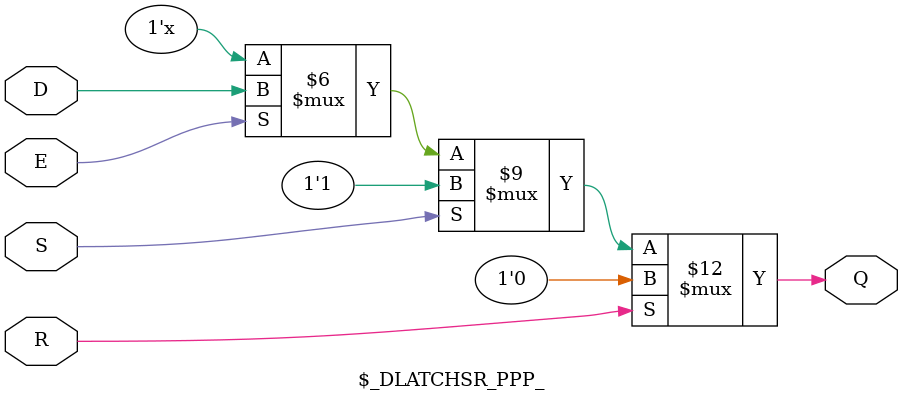
<source format=v>
/*
 *  yosys -- Yosys Open SYnthesis Suite
 *
 *  Copyright (C) 2012  Clifford Wolf <clifford@clifford.at>
 *
 *  Permission to use, copy, modify, and/or distribute this software for any
 *  purpose with or without fee is hereby granted, provided that the above
 *  copyright notice and this permission notice appear in all copies.
 *
 *  THE SOFTWARE IS PROVIDED "AS IS" AND THE AUTHOR DISCLAIMS ALL WARRANTIES
 *  WITH REGARD TO THIS SOFTWARE INCLUDING ALL IMPLIED WARRANTIES OF
 *  MERCHANTABILITY AND FITNESS. IN NO EVENT SHALL THE AUTHOR BE LIABLE FOR
 *  ANY SPECIAL, DIRECT, INDIRECT, OR CONSEQUENTIAL DAMAGES OR ANY DAMAGES
 *  WHATSOEVER RESULTING FROM LOSS OF USE, DATA OR PROFITS, WHETHER IN AN
 *  ACTION OF CONTRACT, NEGLIGENCE OR OTHER TORTIOUS ACTION, ARISING OUT OF
 *  OR IN CONNECTION WITH THE USE OR PERFORMANCE OF THIS SOFTWARE.
 *
 *  ---
 *
 *  The internal logic cell simulation library.
 *
 *  This Verilog library contains simple simulation models for the internal
 *  logic cells ($_NOT_ , $_AND_ , ...) that are generated by the default technology
 *  mapper (see "techmap.v" in this directory) and expected by the "abc" pass.
 *
 */

//  |---v---|---v---|---v---|---v---|---v---|---v---|---v---|---v---|---v---|---v---|
//-
//-     $_BUF_ (A, Y)
//-
//- A buffer. This cell type is always optimized away by the opt_clean pass.
//-
//- Truth table:    A | Y
//-                ---+---
//-                 0 | 0
//-                 1 | 1
//-
module \$_BUF_ (A, Y);
input A;
output Y;
assign Y = A;
endmodule

//  |---v---|---v---|---v---|---v---|---v---|---v---|---v---|---v---|---v---|---v---|
//-
//-     $_NOT_ (A, Y)
//-
//- An inverter gate.
//-
//- Truth table:    A | Y
//-                ---+---
//-                 0 | 1
//-                 1 | 0
//-
module \$_NOT_ (A, Y);
input A;
output Y;
assign Y = ~A;
endmodule

//  |---v---|---v---|---v---|---v---|---v---|---v---|---v---|---v---|---v---|---v---|
//-
//-     $_AND_ (A, B, Y)
//-
//- A 2-input AND gate.
//-
//- Truth table:    A B | Y
//-                -----+---
//-                 0 0 | 0
//-                 0 1 | 0
//-                 1 0 | 0
//-                 1 1 | 1
//-
module \$_AND_ (A, B, Y);
input A, B;
output Y;
assign Y = A & B;
endmodule

//  |---v---|---v---|---v---|---v---|---v---|---v---|---v---|---v---|---v---|---v---|
//-
//-     $_NAND_ (A, B, Y)
//-
//- A 2-input NAND gate.
//-
//- Truth table:    A B | Y
//-                -----+---
//-                 0 0 | 1
//-                 0 1 | 1
//-                 1 0 | 1
//-                 1 1 | 0
//-
module \$_NAND_ (A, B, Y);
input A, B;
output Y;
assign Y = ~(A & B);
endmodule

//  |---v---|---v---|---v---|---v---|---v---|---v---|---v---|---v---|---v---|---v---|
//-
//-     $_OR_ (A, B, Y)
//-
//- A 2-input OR gate.
//-
//- Truth table:    A B | Y
//-                -----+---
//-                 0 0 | 0
//-                 0 1 | 1
//-                 1 0 | 1
//-                 1 1 | 1
//-
module \$_OR_ (A, B, Y);
input A, B;
output Y;
assign Y = A | B;
endmodule

//  |---v---|---v---|---v---|---v---|---v---|---v---|---v---|---v---|---v---|---v---|
//-
//-     $_NOR_ (A, B, Y)
//-
//- A 2-input NOR gate.
//-
//- Truth table:    A B | Y
//-                -----+---
//-                 0 0 | 1
//-                 0 1 | 0
//-                 1 0 | 0
//-                 1 1 | 0
//-
module \$_NOR_ (A, B, Y);
input A, B;
output Y;
assign Y = ~(A | B);
endmodule

//  |---v---|---v---|---v---|---v---|---v---|---v---|---v---|---v---|---v---|---v---|
//-
//-     $_XOR_ (A, B, Y)
//-
//- A 2-input XOR gate.
//-
//- Truth table:    A B | Y
//-                -----+---
//-                 0 0 | 0
//-                 0 1 | 1
//-                 1 0 | 1
//-                 1 1 | 0
//-
module \$_XOR_ (A, B, Y);
input A, B;
output Y;
assign Y = A ^ B;
endmodule

//  |---v---|---v---|---v---|---v---|---v---|---v---|---v---|---v---|---v---|---v---|
//-
//-     $_XNOR_ (A, B, Y)
//-
//- A 2-input XNOR gate.
//-
//- Truth table:    A B | Y
//-                -----+---
//-                 0 0 | 1
//-                 0 1 | 0
//-                 1 0 | 0
//-                 1 1 | 1
//-
module \$_XNOR_ (A, B, Y);
input A, B;
output Y;
assign Y = ~(A ^ B);
endmodule

//  |---v---|---v---|---v---|---v---|---v---|---v---|---v---|---v---|---v---|---v---|
//-
//-     $_ANDNOT_ (A, B, Y)
//-
//- A 2-input AND-NOT gate.
//-
//- Truth table:    A B | Y
//-                -----+---
//-                 0 0 | 0
//-                 0 1 | 0
//-                 1 0 | 1
//-                 1 1 | 0
//-
module \$_ANDNOT_ (A, B, Y);
input A, B;
output Y;
assign Y = A & (~B);
endmodule

//  |---v---|---v---|---v---|---v---|---v---|---v---|---v---|---v---|---v---|---v---|
//-
//-     $_ORNOT_ (A, B, Y)
//-
//- A 2-input OR-NOT gate.
//-
//- Truth table:    A B | Y
//-                -----+---
//-                 0 0 | 1
//-                 0 1 | 0
//-                 1 0 | 1
//-                 1 1 | 1
//-
module \$_ORNOT_ (A, B, Y);
input A, B;
output Y;
assign Y = A | (~B);
endmodule

//  |---v---|---v---|---v---|---v---|---v---|---v---|---v---|---v---|---v---|---v---|
//-
//-     $_MUX_ (A, B, S, Y)
//-
//- A 2-input MUX gate.
//-
//- Truth table:    A B S | Y
//-                -------+---
//-                 a - 0 | a
//-                 - b 1 | b
//-
module \$_MUX_ (A, B, S, Y);
input A, B, S;
output Y;
assign Y = S ? B : A;
endmodule

//  |---v---|---v---|---v---|---v---|---v---|---v---|---v---|---v---|---v---|---v---|
//-
//-     $_MUX4_ (A, B, C, D, S, T, Y)
//-
//- A 4-input MUX gate.
//-
//- Truth table:    A B C D S T | Y
//-                -------------+---
//-                 a - - - 0 0 | a
//-                 - b - - 1 0 | b
//-                 - - c - 0 1 | c
//-                 - - - d 1 1 | d
//-
module \$_MUX4_ (A, B, C, D, S, T, Y);
input A, B, C, D, S, T;
output Y;
assign Y = T ? (S ? D : C) :
               (S ? B : A);
endmodule

//  |---v---|---v---|---v---|---v---|---v---|---v---|---v---|---v---|---v---|---v---|
//-
//-     $_MUX8_ (A, B, C, D, E, F, G, H, S, T, U, Y)
//-
//- An 8-input MUX gate.
//-
//- Truth table:    A B C D E F G H S T U | Y
//-                -----------------------+---
//-                 a - - - - - - - 0 0 0 | a
//-                 - b - - - - - - 1 0 0 | b
//-                 - - c - - - - - 0 1 0 | c
//-                 - - - d - - - - 1 1 0 | d
//-                 - - - - e - - - 0 0 1 | e
//-                 - - - - - f - - 1 0 1 | f
//-                 - - - - - - g - 0 1 1 | g
//-                 - - - - - - - h 1 1 1 | h
//-
module \$_MUX8_ (A, B, C, D, E, F, G, H, S, T, U, Y);
input A, B, C, D, E, F, G, H, S, T, U;
output Y;
assign Y = U ? T ? (S ? H : G) :
                   (S ? F : E) :
               T ? (S ? D : C) :
                   (S ? B : A);
endmodule

//  |---v---|---v---|---v---|---v---|---v---|---v---|---v---|---v---|---v---|---v---|
//-
//-     $_MUX16_ (A, B, C, D, E, F, G, H, I, J, K, L, M, N, O, P, S, T, U, V, Y)
//-
//- A 16-input MUX gate.
//-
//- Truth table:    A B C D E F G H I J K L M N O P S T U V | Y
//-                -----------------------------------------+---
//-                 a - - - - - - - - - - - - - - - 0 0 0 0 | a
//-                 - b - - - - - - - - - - - - - - 1 0 0 0 | b
//-                 - - c - - - - - - - - - - - - - 0 1 0 0 | c
//-                 - - - d - - - - - - - - - - - - 1 1 0 0 | d
//-                 - - - - e - - - - - - - - - - - 0 0 1 0 | e
//-                 - - - - - f - - - - - - - - - - 1 0 1 0 | f
//-                 - - - - - - g - - - - - - - - - 0 1 1 0 | g
//-                 - - - - - - - h - - - - - - - - 1 1 1 0 | h
//-                 - - - - - - - - i - - - - - - - 0 0 0 1 | i
//-                 - - - - - - - - - j - - - - - - 1 0 0 1 | j
//-                 - - - - - - - - - - k - - - - - 0 1 0 1 | k
//-                 - - - - - - - - - - - l - - - - 1 1 0 1 | l
//-                 - - - - - - - - - - - - m - - - 0 0 1 1 | m
//-                 - - - - - - - - - - - - - n - - 1 0 1 1 | n
//-                 - - - - - - - - - - - - - - o - 0 1 1 1 | o
//-                 - - - - - - - - - - - - - - - p 1 1 1 1 | p
//-
module \$_MUX16_ (A, B, C, D, E, F, G, H, I, J, K, L, M, N, O, P, S, T, U, V, Y);
input A, B, C, D, E, F, G, H, I, J, K, L, M, N, O, P, S, T, U, V;
output Y;
assign Y = V ? U ? T ? (S ? P : O) :
                       (S ? N : M) :
                   T ? (S ? L : K) :
                       (S ? J : I) :
               U ? T ? (S ? H : G) :
                       (S ? F : E) :
                   T ? (S ? D : C) :
                       (S ? B : A);
endmodule

//  |---v---|---v---|---v---|---v---|---v---|---v---|---v---|---v---|---v---|---v---|
//-
//-     $_AOI3_ (A, B, C, Y)
//-
//- A 3-input And-Or-Invert gate.
//-
//- Truth table:    A B C | Y
//-                -------+---
//-                 0 0 0 | 1
//-                 0 0 1 | 0
//-                 0 1 0 | 1
//-                 0 1 1 | 0
//-                 1 0 0 | 1
//-                 1 0 1 | 0
//-                 1 1 0 | 0
//-                 1 1 1 | 0
//-
module \$_AOI3_ (A, B, C, Y);
input A, B, C;
output Y;
assign Y = ~((A & B) | C);
endmodule

//  |---v---|---v---|---v---|---v---|---v---|---v---|---v---|---v---|---v---|---v---|
//-
//-     $_OAI3_ (A, B, C, Y)
//-
//- A 3-input Or-And-Invert gate.
//-
//- Truth table:    A B C | Y
//-                -------+---
//-                 0 0 0 | 1
//-                 0 0 1 | 1
//-                 0 1 0 | 1
//-                 0 1 1 | 0
//-                 1 0 0 | 1
//-                 1 0 1 | 0
//-                 1 1 0 | 1
//-                 1 1 1 | 0
//-
module \$_OAI3_ (A, B, C, Y);
input A, B, C;
output Y;
assign Y = ~((A | B) & C);
endmodule

//  |---v---|---v---|---v---|---v---|---v---|---v---|---v---|---v---|---v---|---v---|
//-
//-     $_AOI4_ (A, B, C, Y)
//-
//- A 4-input And-Or-Invert gate.
//-
//- Truth table:    A B C D | Y
//-                ---------+---
//-                 0 0 0 0 | 1
//-                 0 0 0 1 | 1
//-                 0 0 1 0 | 1
//-                 0 0 1 1 | 0
//-                 0 1 0 0 | 1
//-                 0 1 0 1 | 1
//-                 0 1 1 0 | 1
//-                 0 1 1 1 | 0
//-                 1 0 0 0 | 1
//-                 1 0 0 1 | 1
//-                 1 0 1 0 | 1
//-                 1 0 1 1 | 0
//-                 1 1 0 0 | 0
//-                 1 1 0 1 | 0
//-                 1 1 1 0 | 0
//-                 1 1 1 1 | 0
//-
module \$_AOI4_ (A, B, C, D, Y);
input A, B, C, D;
output Y;
assign Y = ~((A & B) | (C & D));
endmodule

//  |---v---|---v---|---v---|---v---|---v---|---v---|---v---|---v---|---v---|---v---|
//-
//-     $_OAI4_ (A, B, C, Y)
//-
//- A 4-input Or-And-Invert gate.
//-
//- Truth table:    A B C D | Y
//-                ---------+---
//-                 0 0 0 0 | 1
//-                 0 0 0 1 | 1
//-                 0 0 1 0 | 1
//-                 0 0 1 1 | 1
//-                 0 1 0 0 | 1
//-                 0 1 0 1 | 0
//-                 0 1 1 0 | 0
//-                 0 1 1 1 | 0
//-                 1 0 0 0 | 1
//-                 1 0 0 1 | 0
//-                 1 0 1 0 | 0
//-                 1 0 1 1 | 0
//-                 1 1 0 0 | 1
//-                 1 1 0 1 | 0
//-                 1 1 1 0 | 0
//-                 1 1 1 1 | 0
//-
module \$_OAI4_ (A, B, C, D, Y);
input A, B, C, D;
output Y;
assign Y = ~((A | B) & (C | D));
endmodule

//  |---v---|---v---|---v---|---v---|---v---|---v---|---v---|---v---|---v---|---v---|
//-
//-     $_TBUF_ (A, E, Y)
//-
//- A tri-state buffer.
//-
//- Truth table:    A E | Y
//-                -----+---
//-                 a 1 | a
//-                 - 0 | z
//-
module \$_TBUF_ (A, E, Y);
input A, E;
output Y;
assign Y = E ? A : 1'bz;
endmodule

//  |---v---|---v---|---v---|---v---|---v---|---v---|---v---|---v---|---v---|---v---|
//-
//-     $_SR_NN_ (S, R, Q)
//-
//- A set-reset latch with negative polarity SET and RESET.
//-
//- Truth table:    S R | Q
//-                -----+---
//-                 0 0 | x
//-                 0 1 | 1
//-                 1 0 | 0
//-                 1 1 | y
//-
module \$_SR_NN_ (S, R, Q);
parameter INIT = 1'bx;
input S, R;
output reg Q = INIT;
always @(negedge S, negedge R) begin
	if (R == 0)
		Q <= 0;
	else if (S == 0)
		Q <= 1;
end
endmodule

//  |---v---|---v---|---v---|---v---|---v---|---v---|---v---|---v---|---v---|---v---|
//-
//-     $_SR_NP_ (S, R, Q)
//-
//- A set-reset latch with negative polarity SET and positive polarity RESET.
//-
//- Truth table:    S R | Q
//-                -----+---
//-                 0 1 | x
//-                 0 0 | 1
//-                 1 1 | 0
//-                 1 0 | y
//-
module \$_SR_NP_ (S, R, Q);
parameter INIT = 1'bx;
input S, R;
output reg Q = INIT;
always @(negedge S, posedge R) begin
	if (R == 1)
		Q <= 0;
	else if (S == 0)
		Q <= 1;
end
endmodule

//  |---v---|---v---|---v---|---v---|---v---|---v---|---v---|---v---|---v---|---v---|
//-
//-     $_SR_PN_ (S, R, Q)
//-
//- A set-reset latch with positive polarity SET and negative polarity RESET.
//-
//- Truth table:    S R | Q
//-                -----+---
//-                 1 0 | x
//-                 1 1 | 1
//-                 0 0 | 0
//-                 0 1 | y
//-
module \$_SR_PN_ (S, R, Q);
parameter INIT = 1'bx;
input S, R;
output reg Q = INIT;
always @(posedge S, negedge R) begin
	if (R == 0)
		Q <= 0;
	else if (S == 1)
		Q <= 1;
end
endmodule

//  |---v---|---v---|---v---|---v---|---v---|---v---|---v---|---v---|---v---|---v---|
//-
//-     $_SR_PP_ (S, R, Q)
//-
//- A set-reset latch with positive polarity SET and RESET.
//-
//- Truth table:    S R | Q
//-                -----+---
//-                 1 1 | x
//-                 1 0 | 1
//-                 0 1 | 0
//-                 0 0 | y
//-
module \$_SR_PP_ (S, R, Q);
parameter INIT = 1'bx;
input S, R;
output reg Q = INIT;
always @(posedge S, posedge R) begin
	if (R == 1)
		Q <= 0;
	else if (S == 1)
		Q <= 1;
end
endmodule

`ifdef SIMCELLS_FF
//  |---v---|---v---|---v---|---v---|---v---|---v---|---v---|---v---|---v---|---v---|
//-
//-     $_FF_ (D, Q)
//-
//- A D-type flip-flop that is clocked from the implicit global clock. (This cell
//- type is usually only used in netlists for formal verification.)
//-
module \$_FF_ (D, Q);
parameter INIT = 1'bx;
input D;
output reg Q = INIT;
always @($global_clock) begin
	Q <= D;
end
endmodule
`endif

//  |---v---|---v---|---v---|---v---|---v---|---v---|---v---|---v---|---v---|---v---|
//-
//-     $_DFF_N_ (D, C, Q)
//-
//- A negative edge D-type flip-flop.
//-
//- Truth table:    D C | Q
//-                -----+---
//-                 d \ | d
//-                 - - | q
//-
module \$_DFF_N_ (D, C, Q);
parameter INIT = 1'bx;
input D, C;
output reg Q = INIT;
always @(negedge C) begin
	Q <= D;
end
endmodule

//  |---v---|---v---|---v---|---v---|---v---|---v---|---v---|---v---|---v---|---v---|
//-
//-     $_DFF_P_ (D, C, Q)
//-
//- A positive edge D-type flip-flop.
//-
//- Truth table:    D C | Q
//-                -----+---
//-                 d / | d
//-                 - - | q
//-
module \$_DFF_P_ (D, C, Q);
parameter INIT = 1'bx;
input D, C;
output reg Q = INIT;
always @(posedge C) begin
	Q <= D;
end
endmodule

//  |---v---|---v---|---v---|---v---|---v---|---v---|---v---|---v---|---v---|---v---|
//-
//-     $_DFFE_NN_ (D, C, E, Q)
//-
//- A negative edge D-type flip-flop with negative polarity enable.
//-
//- Truth table:    D C E | Q
//-                -------+---
//-                 d \ 0 | d
//-                 - - - | q
//-
module \$_DFFE_NN_ (D, C, E, Q);
parameter INIT = 1'bx;
input D, C, E;
output reg Q = INIT;
always @(negedge C) begin
	if (!E) Q <= D;
end
endmodule

//  |---v---|---v---|---v---|---v---|---v---|---v---|---v---|---v---|---v---|---v---|
//-
//-     $_DFFE_NP_ (D, C, E, Q)
//-
//- A negative edge D-type flip-flop with positive polarity enable.
//-
//- Truth table:    D C E | Q
//-                -------+---
//-                 d \ 1 | d
//-                 - - - | q
//-
module \$_DFFE_NP_ (D, C, E, Q);
parameter INIT = 1'bx;
input D, C, E;
output reg Q = INIT;
always @(negedge C) begin
	if (E) Q <= D;
end
endmodule

//  |---v---|---v---|---v---|---v---|---v---|---v---|---v---|---v---|---v---|---v---|
//-
//-     $_DFFE_PN_ (D, C, E, Q)
//-
//- A positive edge D-type flip-flop with negative polarity enable.
//-
//- Truth table:    D C E | Q
//-                -------+---
//-                 d / 0 | d
//-                 - - - | q
//-
module \$_DFFE_PN_ (D, C, E, Q);
parameter INIT = 1'bx;
input D, C, E;
output reg Q = INIT;
always @(posedge C) begin
	if (!E) Q <= D;
end
endmodule

//  |---v---|---v---|---v---|---v---|---v---|---v---|---v---|---v---|---v---|---v---|
//-
//-     $_DFFE_PP_ (D, C, E, Q)
//-
//- A positive edge D-type flip-flop with positive polarity enable.
//-
//- Truth table:    D C E | Q
//-                -------+---
//-                 d / 1 | d
//-                 - - - | q
//-
module \$_DFFE_PP_ (D, C, E, Q);
parameter INIT = 1'bx;
input D, C, E;
output reg Q = INIT;
always @(posedge C) begin
	if (E) Q <= D;
end
endmodule

//  |---v---|---v---|---v---|---v---|---v---|---v---|---v---|---v---|---v---|---v---|
//-
//-     $_DFF_NN0_ (D, C, R, Q)
//-
//- A negative edge D-type flip-flop with negative polarity reset.
//-
//- Truth table:    D C R | Q
//-                -------+---
//-                 - - 0 | 0
//-                 d \ - | d
//-                 - - - | q
//-
module \$_DFF_NN0_ (D, C, R, Q);
parameter INIT = 1'bx;
input D, C, R;
output reg Q = INIT;
always @(negedge C or negedge R) begin
	if (R == 0)
		Q <= 0;
	else
		Q <= D;
end
endmodule

//  |---v---|---v---|---v---|---v---|---v---|---v---|---v---|---v---|---v---|---v---|
//-
//-     $_DFF_NN1_ (D, C, R, Q)
//-
//- A negative edge D-type flip-flop with negative polarity set.
//-
//- Truth table:    D C R | Q
//-                -------+---
//-                 - - 0 | 1
//-                 d \ - | d
//-                 - - - | q
//-
module \$_DFF_NN1_ (D, C, R, Q);
parameter INIT = 1'bx;
input D, C, R;
output reg Q = INIT;
always @(negedge C or negedge R) begin
	if (R == 0)
		Q <= 1;
	else
		Q <= D;
end
endmodule

//  |---v---|---v---|---v---|---v---|---v---|---v---|---v---|---v---|---v---|---v---|
//-
//-     $_DFF_NP0_ (D, C, R, Q)
//-
//- A negative edge D-type flip-flop with positive polarity reset.
//-
//- Truth table:    D C R | Q
//-                -------+---
//-                 - - 1 | 0
//-                 d \ - | d
//-                 - - - | q
//-
module \$_DFF_NP0_ (D, C, R, Q);
parameter INIT = 1'bx;
input D, C, R;
output reg Q = INIT;
always @(negedge C or posedge R) begin
	if (R == 1)
		Q <= 0;
	else
		Q <= D;
end
endmodule

//  |---v---|---v---|---v---|---v---|---v---|---v---|---v---|---v---|---v---|---v---|
//-
//-     $_DFF_NP1_ (D, C, R, Q)
//-
//- A negative edge D-type flip-flop with positive polarity set.
//-
//- Truth table:    D C R | Q
//-                -------+---
//-                 - - 1 | 1
//-                 d \ - | d
//-                 - - - | q
//-
module \$_DFF_NP1_ (D, C, R, Q);
parameter INIT = 1'bx;
input D, C, R;
output reg Q = INIT;
always @(negedge C or posedge R) begin
	if (R == 1)
		Q <= 1;
	else
		Q <= D;
end
endmodule

//  |---v---|---v---|---v---|---v---|---v---|---v---|---v---|---v---|---v---|---v---|
//-
//-     $_DFF_PN0_ (D, C, R, Q)
//-
//- A positive edge D-type flip-flop with negative polarity reset.
//-
//- Truth table:    D C R | Q
//-                -------+---
//-                 - - 0 | 0
//-                 d / - | d
//-                 - - - | q
//-
module \$_DFF_PN0_ (D, C, R, Q);
parameter INIT = 1'bx;
input D, C, R;
output reg Q = INIT;
always @(posedge C or negedge R) begin
	if (R == 0)
		Q <= 0;
	else
		Q <= D;
end
endmodule

//  |---v---|---v---|---v---|---v---|---v---|---v---|---v---|---v---|---v---|---v---|
//-
//-     $_DFF_PN1_ (D, C, R, Q)
//-
//- A positive edge D-type flip-flop with negative polarity set.
//-
//- Truth table:    D C R | Q
//-                -------+---
//-                 - - 0 | 1
//-                 d / - | d
//-                 - - - | q
//-
module \$_DFF_PN1_ (D, C, R, Q);
parameter INIT = 1'bx;
input D, C, R;
output reg Q = INIT;
always @(posedge C or negedge R) begin
	if (R == 0)
		Q <= 1;
	else
		Q <= D;
end
endmodule

//  |---v---|---v---|---v---|---v---|---v---|---v---|---v---|---v---|---v---|---v---|
//-
//-     $_DFF_PP0_ (D, C, R, Q)
//-
//- A positive edge D-type flip-flop with positive polarity reset.
//-
//- Truth table:    D C R | Q
//-                -------+---
//-                 - - 1 | 0
//-                 d / - | d
//-                 - - - | q
//-
module \$_DFF_PP0_ (D, C, R, Q);
parameter INIT = 1'bx;
input D, C, R;
output reg Q = INIT;
always @(posedge C or posedge R) begin
	if (R == 1)
		Q <= 0;
	else
		Q <= D;
end
endmodule

//  |---v---|---v---|---v---|---v---|---v---|---v---|---v---|---v---|---v---|---v---|
//-
//-     $_DFF_PP1_ (D, C, R, Q)
//-
//- A positive edge D-type flip-flop with positive polarity set.
//-
//- Truth table:    D C R | Q
//-                -------+---
//-                 - - 1 | 1
//-                 d / - | d
//-                 - - - | q
//-
module \$_DFF_PP1_ (D, C, R, Q);
parameter INIT = 1'bx;
input D, C, R;
output reg Q = INIT;
always @(posedge C or posedge R) begin
	if (R == 1)
		Q <= 1;
	else
		Q <= D;
end
endmodule

//  |---v---|---v---|---v---|---v---|---v---|---v---|---v---|---v---|---v---|---v---|
//-
//-     $_DFFSR_NNN_ (C, S, R, D, Q)
//-
//- A negative edge D-type flip-flop with negative polarity set and reset.
//-
//- Truth table:    C S R D | Q
//-                ---------+---
//-                 - - 0 - | 0
//-                 - 0 - - | 1
//-                 \ - - d | d
//-                 - - - - | q
//-
module \$_DFFSR_NNN_ (C, S, R, D, Q);
parameter INIT = 1'bx;
input C, S, R, D;
output reg Q = INIT;
always @(negedge C, negedge S, negedge R) begin
	if (R == 0)
		Q <= 0;
	else if (S == 0)
		Q <= 1;
	else
		Q <= D;
end
endmodule

//  |---v---|---v---|---v---|---v---|---v---|---v---|---v---|---v---|---v---|---v---|
//-
//-     $_DFFSR_NNP_ (C, S, R, D, Q)
//-
//- A negative edge D-type flip-flop with negative polarity set and positive
//- polarity reset.
//-
//- Truth table:    C S R D | Q
//-                ---------+---
//-                 - - 1 - | 0
//-                 - 0 - - | 1
//-                 \ - - d | d
//-                 - - - - | q
//-
module \$_DFFSR_NNP_ (C, S, R, D, Q);
parameter INIT = 1'bx;
input C, S, R, D;
output reg Q = INIT;
always @(negedge C, negedge S, posedge R) begin
	if (R == 1)
		Q <= 0;
	else if (S == 0)
		Q <= 1;
	else
		Q <= D;
end
endmodule

//  |---v---|---v---|---v---|---v---|---v---|---v---|---v---|---v---|---v---|---v---|
//-
//-     $_DFFSR_NPN_ (C, S, R, D, Q)
//-
//- A negative edge D-type flip-flop with positive polarity set and negative
//- polarity reset.
//-
//- Truth table:    C S R D | Q
//-                ---------+---
//-                 - - 0 - | 0
//-                 - 1 - - | 1
//-                 \ - - d | d
//-                 - - - - | q
//-
module \$_DFFSR_NPN_ (C, S, R, D, Q);
parameter INIT = 1'bx;
input C, S, R, D;
output reg Q = INIT;
always @(negedge C, posedge S, negedge R) begin
	if (R == 0)
		Q <= 0;
	else if (S == 1)
		Q <= 1;
	else
		Q <= D;
end
endmodule

//  |---v---|---v---|---v---|---v---|---v---|---v---|---v---|---v---|---v---|---v---|
//-
//-     $_DFFSR_NPP_ (C, S, R, D, Q)
//-
//- A negative edge D-type flip-flop with positive polarity set and reset.
//-
//- Truth table:    C S R D | Q
//-                ---------+---
//-                 - - 1 - | 0
//-                 - 1 - - | 1
//-                 \ - - d | d
//-                 - - - - | q
//-
module \$_DFFSR_NPP_ (C, S, R, D, Q);
parameter INIT = 1'bx;
input C, S, R, D;
output reg Q = INIT;
always @(negedge C, posedge S, posedge R) begin
	if (R == 1)
		Q <= 0;
	else if (S == 1)
		Q <= 1;
	else
		Q <= D;
end
endmodule

//  |---v---|---v---|---v---|---v---|---v---|---v---|---v---|---v---|---v---|---v---|
//-
//-     $_DFFSR_PNN_ (C, S, R, D, Q)
//-
//- A positive edge D-type flip-flop with negative polarity set and reset.
//-
//- Truth table:    C S R D | Q
//-                ---------+---
//-                 - - 0 - | 0
//-                 - 0 - - | 1
//-                 / - - d | d
//-                 - - - - | q
//-
module \$_DFFSR_PNN_ (C, S, R, D, Q);
parameter INIT = 1'bx;
input C, S, R, D;
output reg Q = INIT;
always @(posedge C, negedge S, negedge R) begin
	if (R == 0)
		Q <= 0;
	else if (S == 0)
		Q <= 1;
	else
		Q <= D;
end
endmodule

//  |---v---|---v---|---v---|---v---|---v---|---v---|---v---|---v---|---v---|---v---|
//-
//-     $_DFFSR_PNP_ (C, S, R, D, Q)
//-
//- A positive edge D-type flip-flop with negative polarity set and positive
//- polarity reset.
//-
//- Truth table:    C S R D | Q
//-                ---------+---
//-                 - - 1 - | 0
//-                 - 0 - - | 1
//-                 / - - d | d
//-                 - - - - | q
//-
module \$_DFFSR_PNP_ (C, S, R, D, Q);
parameter INIT = 1'bx;
input C, S, R, D;
output reg Q = INIT;
always @(posedge C, negedge S, posedge R) begin
	if (R == 1)
		Q <= 0;
	else if (S == 0)
		Q <= 1;
	else
		Q <= D;
end
endmodule

//  |---v---|---v---|---v---|---v---|---v---|---v---|---v---|---v---|---v---|---v---|
//-
//-     $_DFFSR_PPN_ (C, S, R, D, Q)
//-
//- A positive edge D-type flip-flop with positive polarity set and negative
//- polarity reset.
//-
//- Truth table:    C S R D | Q
//-                ---------+---
//-                 - - 0 - | 0
//-                 - 1 - - | 1
//-                 / - - d | d
//-                 - - - - | q
//-
module \$_DFFSR_PPN_ (C, S, R, D, Q);
parameter INIT = 1'bx;
input C, S, R, D;
output reg Q = INIT;
always @(posedge C, posedge S, negedge R) begin
	if (R == 0)
		Q <= 0;
	else if (S == 1)
		Q <= 1;
	else
		Q <= D;
end
endmodule

//  |---v---|---v---|---v---|---v---|---v---|---v---|---v---|---v---|---v---|---v---|
//-
//-     $_DFFSR_PPP_ (C, S, R, D, Q)
//-
//- A positive edge D-type flip-flop with positive polarity set and reset.
//-
//- Truth table:    C S R D | Q
//-                ---------+---
//-                 - - 1 - | 0
//-                 - 1 - - | 1
//-                 / - - d | d
//-                 - - - - | q
//-
module \$_DFFSR_PPP_ (C, S, R, D, Q);
parameter INIT = 1'bx;
input C, S, R, D;
output reg Q = INIT;
always @(posedge C, posedge S, posedge R) begin
	if (R == 1)
		Q <= 0;
	else if (S == 1)
		Q <= 1;
	else
		Q <= D;
end
endmodule

//  |---v---|---v---|---v---|---v---|---v---|---v---|---v---|---v---|---v---|---v---|
//-
//-     $_DLATCH_N_ (E, D, Q)
//-
//- A negative enable D-type latch.
//-
//- Truth table:    E D | Q
//-                -----+---
//-                 0 d | d
//-                 - - | q
//-
module \$_DLATCH_N_ (E, D, Q);
parameter INIT = 1'bx;
input E, D;
output reg Q = INIT;
always @* begin
	if (E == 0)
		Q <= D;
end
endmodule

//  |---v---|---v---|---v---|---v---|---v---|---v---|---v---|---v---|---v---|---v---|
//-
//-     $_DLATCH_P_ (E, D, Q)
//-
//- A positive enable D-type latch.
//-
//- Truth table:    E D | Q
//-                -----+---
//-                 1 d | d
//-                 - - | q
//-
module \$_DLATCH_P_ (E, D, Q);
parameter INIT = 1'bx;
input E, D;
output reg Q = INIT;
always @* begin
	if (E == 1)
		Q <= D;
end
endmodule

//  |---v---|---v---|---v---|---v---|---v---|---v---|---v---|---v---|---v---|---v---|
//-
//-     $_DLATCHSR_NNN_ (E, S, R, D, Q)
//-
//- A negative enable D-type latch with negative polarity set and reset.
//-
//- Truth table:    E S R D | Q
//-                ---------+---
//-                 - - 0 - | 0
//-                 - 0 - - | 1
//-                 0 - - d | d
//-                 - - - - | q
//-
module \$_DLATCHSR_NNN_ (E, S, R, D, Q);
parameter INIT = 1'bx;
input E, S, R, D;
output reg Q = INIT;
always @* begin
	if (R == 0)
		Q <= 0;
	else if (S == 0)
		Q <= 1;
	else if (E == 0)
		Q <= D;
end
endmodule

//  |---v---|---v---|---v---|---v---|---v---|---v---|---v---|---v---|---v---|---v---|
//-
//-     $_DLATCHSR_NNP_ (E, S, R, D, Q)
//-
//- A negative enable D-type latch with negative polarity set and positive polarity
//- reset.
//-
//- Truth table:    E S R D | Q
//-                ---------+---
//-                 - - 1 - | 0
//-                 - 0 - - | 1
//-                 0 - - d | d
//-                 - - - - | q
//-
module \$_DLATCHSR_NNP_ (E, S, R, D, Q);
parameter INIT = 1'bx;
input E, S, R, D;
output reg Q = INIT;
always @* begin
	if (R == 1)
		Q <= 0;
	else if (S == 0)
		Q <= 1;
	else if (E == 0)
		Q <= D;
end
endmodule

//  |---v---|---v---|---v---|---v---|---v---|---v---|---v---|---v---|---v---|---v---|
//-
//-     $_DLATCHSR_NPN_ (E, S, R, D, Q)
//-
//- A negative enable D-type latch with positive polarity set and negative polarity
//- reset.
//-
//- Truth table:    E S R D | Q
//-                ---------+---
//-                 - - 0 - | 0
//-                 - 1 - - | 1
//-                 0 - - d | d
//-                 - - - - | q
//-
module \$_DLATCHSR_NPN_ (E, S, R, D, Q);
parameter INIT = 1'bx;
input E, S, R, D;
output reg Q = INIT;
always @* begin
	if (R == 0)
		Q <= 0;
	else if (S == 1)
		Q <= 1;
	else if (E == 0)
		Q <= D;
end
endmodule

//  |---v---|---v---|---v---|---v---|---v---|---v---|---v---|---v---|---v---|---v---|
//-
//-     $_DLATCHSR_NPP_ (E, S, R, D, Q)
//-
//- A negative enable D-type latch with positive polarity set and reset.
//-
//- Truth table:    E S R D | Q
//-                ---------+---
//-                 - - 1 - | 0
//-                 - 1 - - | 1
//-                 0 - - d | d
//-                 - - - - | q
//-
module \$_DLATCHSR_NPP_ (E, S, R, D, Q);
parameter INIT = 1'bx;
input E, S, R, D;
output reg Q = INIT;
always @* begin
	if (R == 1)
		Q <= 0;
	else if (S == 1)
		Q <= 1;
	else if (E == 0)
		Q <= D;
end
endmodule

//  |---v---|---v---|---v---|---v---|---v---|---v---|---v---|---v---|---v---|---v---|
//-
//-     $_DLATCHSR_PNN_ (E, S, R, D, Q)
//-
//- A positive enable D-type latch with negative polarity set and reset.
//-
//- Truth table:    E S R D | Q
//-                ---------+---
//-                 - - 0 - | 0
//-                 - 0 - - | 1
//-                 1 - - d | d
//-                 - - - - | q
//-
module \$_DLATCHSR_PNN_ (E, S, R, D, Q);
parameter INIT = 1'bx;
input E, S, R, D;
output reg Q = INIT;
always @* begin
	if (R == 0)
		Q <= 0;
	else if (S == 0)
		Q <= 1;
	else if (E == 1)
		Q <= D;
end
endmodule

//  |---v---|---v---|---v---|---v---|---v---|---v---|---v---|---v---|---v---|---v---|
//-
//-     $_DLATCHSR_PNP_ (E, S, R, D, Q)
//-
//- A positive enable D-type latch with negative polarity set and positive polarity
//- reset.
//-
//- Truth table:    E S R D | Q
//-                ---------+---
//-                 - - 1 - | 0
//-                 - 0 - - | 1
//-                 1 - - d | d
//-                 - - - - | q
//-
module \$_DLATCHSR_PNP_ (E, S, R, D, Q);
parameter INIT = 1'bx;
input E, S, R, D;
output reg Q = INIT;
always @* begin
	if (R == 1)
		Q <= 0;
	else if (S == 0)
		Q <= 1;
	else if (E == 1)
		Q <= D;
end
endmodule

//  |---v---|---v---|---v---|---v---|---v---|---v---|---v---|---v---|---v---|---v---|
//-
//-     $_DLATCHSR_PPN_ (E, S, R, D, Q)
//-
//- A positive enable D-type latch with positive polarity set and negative polarity
//- reset.
//-
//- Truth table:    E S R D | Q
//-                ---------+---
//-                 - - 0 - | 0
//-                 - 1 - - | 1
//-                 1 - - d | d
//-                 - - - - | q
//-
module \$_DLATCHSR_PPN_ (E, S, R, D, Q);
parameter INIT = 1'bx;
input E, S, R, D;
output reg Q = INIT;
always @* begin
	if (R == 0)
		Q <= 0;
	else if (S == 1)
		Q <= 1;
	else if (E == 1)
		Q <= D;
end
endmodule

//  |---v---|---v---|---v---|---v---|---v---|---v---|---v---|---v---|---v---|---v---|
//-
//-     $_DLATCHSR_PPP_ (E, S, R, D, Q)
//-
//- A positive enable D-type latch with positive polarity set and reset.
//-
//- Truth table:    E S R D | Q
//-                ---------+---
//-                 - - 1 - | 0
//-                 - 1 - - | 1
//-                 1 - - d | d
//-                 - - - - | q
//-
module \$_DLATCHSR_PPP_ (E, S, R, D, Q);
parameter INIT = 1'bx;
input E, S, R, D;
output reg Q = INIT;
always @* begin
	if (R == 1)
		Q <= 0;
	else if (S == 1)
		Q <= 1;
	else if (E == 1)
		Q <= D;
end
endmodule


</source>
